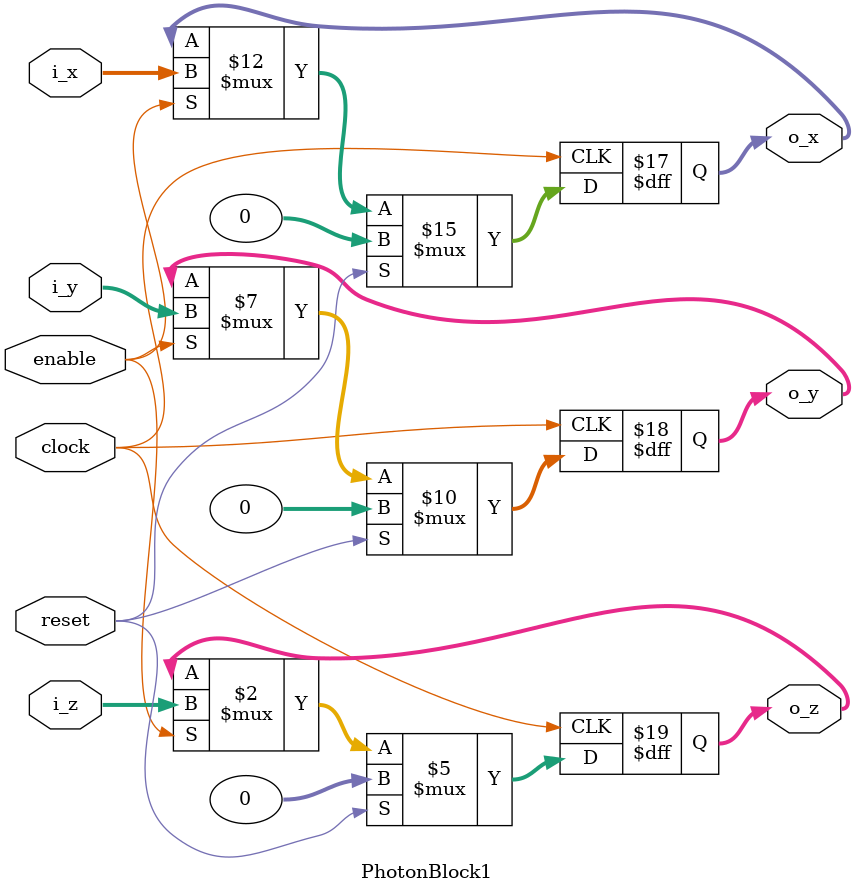
<source format=v>
`define TRIG_WIDTH 5'b01010 //10;
`define PIPELINE_DEPTH_UPPER_LIMIT 10'b0100000000 //256;
`define ABSORB_ADDR_WIDTH 6'b010000 //16;
`define ABSORB_WORD_WIDTH 7'b01000000 //64;
`define WSCALE 22'b0111010100101111111111 //1919999;
`define LEFTSHIFT 6'b000011         // 2^3=8=1/0.125 where 0.125 = CHANCE of roulette
`define INTCHANCE 32'b00100000000000000000000000000000 //Based on 32 bit rand num generator
`define MIN_WEIGHT 9'b011001000 
`define BIT_WIDTH 7'b0100000
`define LAYER_WIDTH 6'b000011
`define INTMAX 32'b01111111111111111111111111111111
`define INTMIN 32'b10000000000000000000000000000000
`define DIVIDER_LATENCY 6'b011110
`define FINAL_LATENCY 6'b011100
`define MULT_LATENCY 1'b1
`define ASPECT_RATIO 6'b000111
`define TOTAL_LATENCY 7'b0111100
//`define BIT_WIDTH 6'b100000
//`define LAYER_WIDTH 6'b000011
`define LOGSCALEFACTOR 6'b000101
`define MAXLOG 32'b10110001011100100001011111110111		//Based on 32 bit unsigned rand num generator
`define CONST_MOVE_AMOUNT 15'b110000110101000  //Used for testing purposes only
`define MUTMAX_BITS 6'b001111
//`define BIT_WIDTH 6'b100000
//`define LAYER_WIDTH 6'b000011
//`define INTMAX 32'b01111111111111111111111111111111
//`define INTMIN 32'b10000000000000000000000000000000
//`define BIT_WIDTH 7'b0100000
`define MANTISSA_PRECISION 6'b001010
`define LOG2_BIT_WIDTH 6'b000110
`define LOG2 28'b0101100010111001000010111111
`define NR 10'b0100000000             
`define NZ 10'b0100000000              
`define NR_EXP 5'b01000              //meaning `NR=2^`NR_exp or 2^8=256
`define RGRID_SCLAE_EXP 6'b010101    //2^21 = RGRID_SCALE
`define ZGRID_SCLAE_EXP 6'b010101    //2^21 = ZGRID_SCALE
//`define BIT_WIDTH 7'b0100000
`define BIT_WIDTH_2 8'b01000000
`define WORD_WIDTH 8'b01000000
`define ADDR_WIDTH 6'b010000          //256x256=2^8*2^8=2^16
`define DIV 6'b010100//20;
`define SQRT 5'b01010 //10;
`define LAT 7'b0100101 //DIV + SQRT + 7;
`define INTMAX_2 {32'h3FFFFFFF,32'h00000001}
//`define INTMAX 32'b01111111111111111111111111111111//2147483647;
//`define INTMIN 32'b10000000000000000000000000000001//-2147483647;
`define INTMAXMinus3 32'b01111111111111111111111111111100//2147483644;
`define negINTMAXPlus3 32'b10000000000000000000000000000100//-2147483644;
`define INTMAX_2_ref {32'h3FFFFFFF,32'hFFFFFFFF}
`define SIMULATION_MEMORY

module PhotonBlock1(
	//Inputs
	clock,
	reset,
	enable,
	
   i_x, 
   i_y, 
   i_z, 

	//Outputs
	o_x,
	o_y,
	o_z
	);

//////////////////////////////////////////////////////////////////////////////
//PARAMETERS
//////////////////////////////////////////////////////////////////////////////
//parameter BIT_WIDTH=32;

input				clock;
input				reset;
input				enable;

input	[`BIT_WIDTH-1:0]			i_x;
input	[`BIT_WIDTH-1:0]			i_y;
input	[`BIT_WIDTH-1:0]			i_z;


output	[`BIT_WIDTH-1:0]			o_x;
output	[`BIT_WIDTH-1:0]			o_y;
output	[`BIT_WIDTH-1:0]			o_z;

wire				clock;
wire				reset;
wire				enable;

wire	[`BIT_WIDTH-1:0]			i_x;
wire	[`BIT_WIDTH-1:0]			i_y;
wire	[`BIT_WIDTH-1:0]			i_z;

reg	[`BIT_WIDTH-1:0]			o_x;
reg	[`BIT_WIDTH-1:0]			o_y;
reg	[`BIT_WIDTH-1:0]			o_z;

always @ (posedge clock)
	if(reset) begin
		o_x		<=	{`BIT_WIDTH{1'b0}} ;
		o_y		<=	{`BIT_WIDTH{1'b0}};
		o_z		<=	{`BIT_WIDTH{1'b0}};
	end else if(enable) begin
		o_x		<=	i_x;
		o_y		<=	i_y;
		o_z		<=	i_z;
	end
endmodule

</source>
